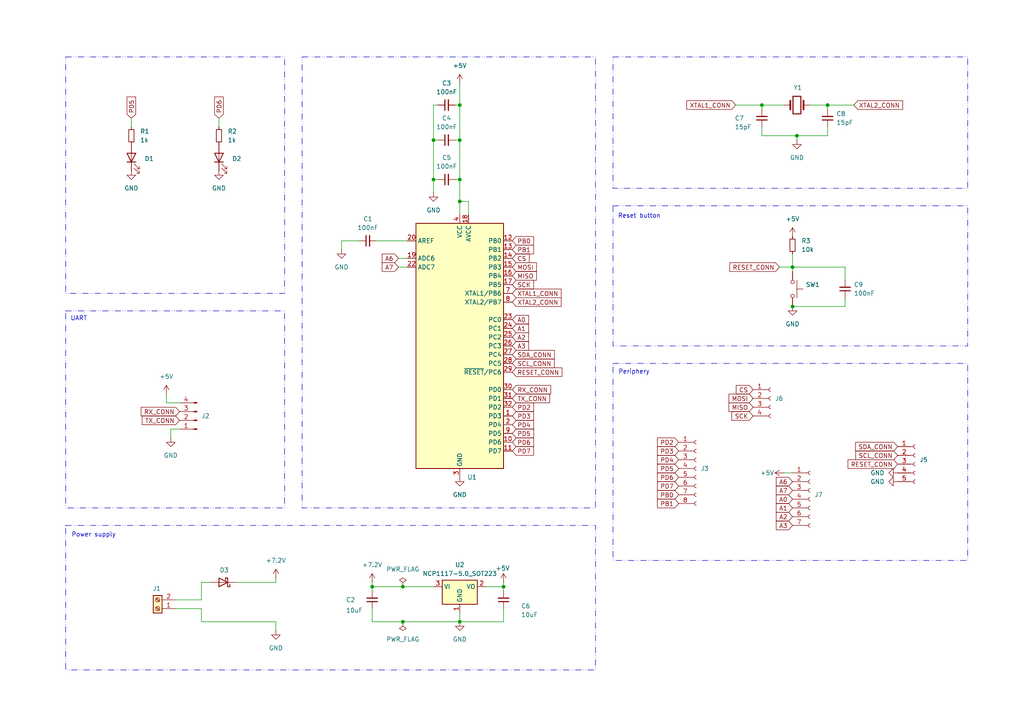
<source format=kicad_sch>
(kicad_sch (version 20231120) (generator "eeschema") (generator_version "8.0")
  (paper "A4")
  (title_block (title "Atmega328-au") (date "2025-05-17") (company "Joanna Chrobot"))
  (lib_symbols
    (symbol "Connector:Conn_01x04_Pin" (pin_names (offset 1.016) hide)
      (property "Reference" "J" (at 0 5.08 0))
      (property "Value" "Conn_01x04_Pin" (at 0 -7.62 0))
      (symbol "Conn_01x04_Pin_1_1"
        (polyline (pts (xy 1.27 -5.08) (xy 0.8636 -5.08)) (stroke (width 0.1524)))
        (polyline (pts (xy 1.27 -2.54) (xy 0.8636 -2.54)) (stroke (width 0.1524)))
        (polyline (pts (xy 1.27 0) (xy 0.8636 0)) (stroke (width 0.1524)))
        (polyline (pts (xy 1.27 2.54) (xy 0.8636 2.54)) (stroke (width 0.1524)))
        (rectangle (start 0.8636 -4.953) (end 0 -5.207) (stroke (width 0.1524)) (fill (type outline)))
        (rectangle (start 0.8636 -2.413) (end 0 -2.667) (stroke (width 0.1524)) (fill (type outline)))
        (rectangle (start 0.8636 0.127) (end 0 -0.127) (stroke (width 0.1524)) (fill (type outline)))
        (rectangle (start 0.8636 2.667) (end 0 2.413) (stroke (width 0.1524)) (fill (type outline)))
        (pin passive line (at 5.08 2.54 180) (length 3.81) (name "Pin_1") (number "1"))
        (pin passive line (at 5.08 0 180) (length 3.81) (name "Pin_2") (number "2"))
        (pin passive line (at 5.08 -2.54 180) (length 3.81) (name "Pin_3") (number "3"))
        (pin passive line (at 5.08 -5.08 180) (length 3.81) (name "Pin_4") (number "4"))
      )
    )
    (symbol "Connector:Conn_01x04_Socket" (pin_names (offset 1.016) hide)
      (property "Reference" "J" (at 0 5.08 0))
      (property "Value" "Conn_01x04_Socket" (at 0 -7.62 0))
      (symbol "Conn_01x04_Socket_1_1"
        (arc (start 0 -4.572) (mid -0.5058 -5.08) (end 0 -5.588) (stroke (width 0.1524)))
        (arc (start 0 -2.032) (mid -0.5058 -2.54) (end 0 -3.048) (stroke (width 0.1524)))
        (polyline (pts (xy -1.27 -5.08) (xy -0.508 -5.08)) (stroke (width 0.1524)))
        (polyline (pts (xy -1.27 -2.54) (xy -0.508 -2.54)) (stroke (width 0.1524)))
        (polyline (pts (xy -1.27 0) (xy -0.508 0)) (stroke (width 0.1524)))
        (polyline (pts (xy -1.27 2.54) (xy -0.508 2.54)) (stroke (width 0.1524)))
        (arc (start 0 0.508) (mid -0.5058 0) (end 0 -0.508) (stroke (width 0.1524)))
        (arc (start 0 3.048) (mid -0.5058 2.54) (end 0 2.032) (stroke (width 0.1524)))
        (pin passive line (at -5.08 2.54 0) (length 3.81) (name "Pin_1") (number "1"))
        (pin passive line (at -5.08 0 0) (length 3.81) (name "Pin_2") (number "2"))
        (pin passive line (at -5.08 -2.54 0) (length 3.81) (name "Pin_3") (number "3"))
        (pin passive line (at -5.08 -5.08 0) (length 3.81) (name "Pin_4") (number "4"))
      )
    )
    (symbol "Connector:Conn_01x05_Socket" (pin_names (offset 1.016) hide)
      (property "Reference" "J" (at 0 7.62 0))
      (property "Value" "Conn_01x05_Socket" (at 0 -7.62 0))
      (symbol "Conn_01x05_Socket_1_1"
        (arc (start 0 -4.572) (mid -0.5058 -5.08) (end 0 -5.588) (stroke (width 0.1524)))
        (arc (start 0 -2.032) (mid -0.5058 -2.54) (end 0 -3.048) (stroke (width 0.1524)))
        (polyline (pts (xy -1.27 -5.08) (xy -0.508 -5.08)) (stroke (width 0.1524)))
        (polyline (pts (xy -1.27 -2.54) (xy -0.508 -2.54)) (stroke (width 0.1524)))
        (polyline (pts (xy -1.27 0) (xy -0.508 0)) (stroke (width 0.1524)))
        (polyline (pts (xy -1.27 2.54) (xy -0.508 2.54)) (stroke (width 0.1524)))
        (polyline (pts (xy -1.27 5.08) (xy -0.508 5.08)) (stroke (width 0.1524)))
        (arc (start 0 0.508) (mid -0.5058 0) (end 0 -0.508) (stroke (width 0.1524)))
        (arc (start 0 3.048) (mid -0.5058 2.54) (end 0 2.032) (stroke (width 0.1524)))
        (arc (start 0 5.588) (mid -0.5058 5.08) (end 0 4.572) (stroke (width 0.1524)))
        (pin passive line (at -5.08 5.08 0) (length 3.81) (name "Pin_1") (number "1"))
        (pin passive line (at -5.08 2.54 0) (length 3.81) (name "Pin_2") (number "2"))
        (pin passive line (at -5.08 0 0) (length 3.81) (name "Pin_3") (number "3"))
        (pin passive line (at -5.08 -2.54 0) (length 3.81) (name "Pin_4") (number "4"))
        (pin passive line (at -5.08 -5.08 0) (length 3.81) (name "Pin_5") (number "5"))
      )
    )
    (symbol "Connector:Conn_01x07_Socket" (pin_names (offset 1.016) hide)
      (property "Reference" "J" (at 0 10.16 0))
      (property "Value" "Conn_01x07_Socket" (at 0 -10.16 0))
      (symbol "Conn_01x07_Socket_1_1"
        (arc (start 0 -7.112) (mid -0.5058 -7.62) (end 0 -8.128) (stroke (width 0.1524)))
        (arc (start 0 -4.572) (mid -0.5058 -5.08) (end 0 -5.588) (stroke (width 0.1524)))
        (arc (start 0 -2.032) (mid -0.5058 -2.54) (end 0 -3.048) (stroke (width 0.1524)))
        (polyline (pts (xy -1.27 -7.62) (xy -0.508 -7.62)) (stroke (width 0.1524)))
        (polyline (pts (xy -1.27 -5.08) (xy -0.508 -5.08)) (stroke (width 0.1524)))
        (polyline (pts (xy -1.27 -2.54) (xy -0.508 -2.54)) (stroke (width 0.1524)))
        (polyline (pts (xy -1.27 0) (xy -0.508 0)) (stroke (width 0.1524)))
        (polyline (pts (xy -1.27 2.54) (xy -0.508 2.54)) (stroke (width 0.1524)))
        (polyline (pts (xy -1.27 5.08) (xy -0.508 5.08)) (stroke (width 0.1524)))
        (polyline (pts (xy -1.27 7.62) (xy -0.508 7.62)) (stroke (width 0.1524)))
        (arc (start 0 0.508) (mid -0.5058 0) (end 0 -0.508) (stroke (width 0.1524)))
        (arc (start 0 3.048) (mid -0.5058 2.54) (end 0 2.032) (stroke (width 0.1524)))
        (arc (start 0 5.588) (mid -0.5058 5.08) (end 0 4.572) (stroke (width 0.1524)))
        (arc (start 0 8.128) (mid -0.5058 7.62) (end 0 7.112) (stroke (width 0.1524)))
        (pin passive line (at -5.08 7.62 0) (length 3.81) (name "Pin_1") (number "1"))
        (pin passive line (at -5.08 5.08 0) (length 3.81) (name "Pin_2") (number "2"))
        (pin passive line (at -5.08 2.54 0) (length 3.81) (name "Pin_3") (number "3"))
        (pin passive line (at -5.08 0 0) (length 3.81) (name "Pin_4") (number "4"))
        (pin passive line (at -5.08 -2.54 0) (length 3.81) (name "Pin_5") (number "5"))
        (pin passive line (at -5.08 -5.08 0) (length 3.81) (name "Pin_6") (number "6"))
        (pin passive line (at -5.08 -7.62 0) (length 3.81) (name "Pin_7") (number "7"))
      )
    )
    (symbol "Connector:Conn_01x08_Socket" (pin_names (offset 1.016) hide)
      (property "Reference" "J" (at 0 10.16 0))
      (property "Value" "Conn_01x08_Socket" (at 0 -12.7 0))
      (symbol "Conn_01x08_Socket_1_1"
        (arc (start 0 -9.652) (mid -0.5058 -10.16) (end 0 -10.668) (stroke (width 0.1524)))
        (arc (start 0 -7.112) (mid -0.5058 -7.62) (end 0 -8.128) (stroke (width 0.1524)))
        (arc (start 0 -4.572) (mid -0.5058 -5.08) (end 0 -5.588) (stroke (width 0.1524)))
        (arc (start 0 -2.032) (mid -0.5058 -2.54) (end 0 -3.048) (stroke (width 0.1524)))
        (polyline (pts (xy -1.27 -10.16) (xy -0.508 -10.16)) (stroke (width 0.1524)))
        (polyline (pts (xy -1.27 -7.62) (xy -0.508 -7.62)) (stroke (width 0.1524)))
        (polyline (pts (xy -1.27 -5.08) (xy -0.508 -5.08)) (stroke (width 0.1524)))
        (polyline (pts (xy -1.27 -2.54) (xy -0.508 -2.54)) (stroke (width 0.1524)))
        (polyline (pts (xy -1.27 0) (xy -0.508 0)) (stroke (width 0.1524)))
        (polyline (pts (xy -1.27 2.54) (xy -0.508 2.54)) (stroke (width 0.1524)))
        (polyline (pts (xy -1.27 5.08) (xy -0.508 5.08)) (stroke (width 0.1524)))
        (polyline (pts (xy -1.27 7.62) (xy -0.508 7.62)) (stroke (width 0.1524)))
        (arc (start 0 0.508) (mid -0.5058 0) (end 0 -0.508) (stroke (width 0.1524)))
        (arc (start 0 3.048) (mid -0.5058 2.54) (end 0 2.032) (stroke (width 0.1524)))
        (arc (start 0 5.588) (mid -0.5058 5.08) (end 0 4.572) (stroke (width 0.1524)))
        (arc (start 0 8.128) (mid -0.5058 7.62) (end 0 7.112) (stroke (width 0.1524)))
        (pin passive line (at -5.08 7.62 0) (length 3.81) (name "Pin_1") (number "1"))
        (pin passive line (at -5.08 5.08 0) (length 3.81) (name "Pin_2") (number "2"))
        (pin passive line (at -5.08 2.54 0) (length 3.81) (name "Pin_3") (number "3"))
        (pin passive line (at -5.08 0 0) (length 3.81) (name "Pin_4") (number "4"))
        (pin passive line (at -5.08 -2.54 0) (length 3.81) (name "Pin_5") (number "5"))
        (pin passive line (at -5.08 -5.08 0) (length 3.81) (name "Pin_6") (number "6"))
        (pin passive line (at -5.08 -7.62 0) (length 3.81) (name "Pin_7") (number "7"))
        (pin passive line (at -5.08 -10.16 0) (length 3.81) (name "Pin_8") (number "8"))
      )
    )
    (symbol "Connector:Screw_Terminal_01x02" (pin_names (offset 1.016) hide)
      (property "Reference" "J" (at 0 2.54 0))
      (property "Value" "Screw_Terminal_01x02" (at 0 -5.08 0))
      (symbol "Screw_Terminal_01x02_1_1"
        (rectangle (start -1.27 1.27) (end 1.27 -3.81) (stroke (width 0.254)) (fill (type background)))
        (circle (center 0 -2.54) (radius 0.635) (stroke (width 0.1524)))
        (polyline (pts (xy -0.5334 -2.2098) (xy 0.3302 -3.048)) (stroke (width 0.1524)))
        (polyline (pts (xy -0.5334 0.3302) (xy 0.3302 -0.508)) (stroke (width 0.1524)))
        (polyline (pts (xy -0.3556 -2.032) (xy 0.508 -2.8702)) (stroke (width 0.1524)))
        (polyline (pts (xy -0.3556 0.508) (xy 0.508 -0.3302)) (stroke (width 0.1524)))
        (circle (center 0 0) (radius 0.635) (stroke (width 0.1524)))
        (pin passive line (at -5.08 0 0) (length 3.81) (name "Pin_1") (number "1"))
        (pin passive line (at -5.08 -2.54 0) (length 3.81) (name "Pin_2") (number "2"))
      )
    )
    (symbol "Device:C_Small" (pin_numbers hide) (pin_names (offset 0.254) hide)
      (property "Reference" "C" (at 0.254 1.778 0))
      (property "Value" "C_Small" (at 0.254 -2.032 0))
      (symbol "C_Small_0_1"
        (polyline (pts (xy -1.524 -0.508) (xy 1.524 -0.508)) (stroke (width 0.3302)))
        (polyline (pts (xy -1.524 0.508) (xy 1.524 0.508)) (stroke (width 0.3048)))
      )
      (symbol "C_Small_1_1"
        (pin passive line (at 0 2.54 270) (length 2.032) (name "~") (number "1"))
        (pin passive line (at 0 -2.54 90) (length 2.032) (name "~") (number "2"))
      )
    )
    (symbol "Device:Crystal" (pin_numbers hide) (pin_names (offset 1.016) hide)
      (property "Reference" "Y" (at 0 3.81 0))
      (property "Value" "Crystal" (at 0 -3.81 0))
      (symbol "Crystal_0_1"
        (rectangle (start -1.143 2.54) (end 1.143 -2.54) (stroke (width 0.3048)))
        (polyline (pts (xy -2.54 0) (xy -1.905 0)))
        (polyline (pts (xy -1.905 -1.27) (xy -1.905 1.27)) (stroke (width 0.508)))
        (polyline (pts (xy 1.905 -1.27) (xy 1.905 1.27)) (stroke (width 0.508)))
        (polyline (pts (xy 2.54 0) (xy 1.905 0)))
      )
      (symbol "Crystal_1_1"
        (pin passive line (at -3.81 0 0) (length 1.27) (name "1") (number "1"))
        (pin passive line (at 3.81 0 180) (length 1.27) (name "2") (number "2"))
      )
    )
    (symbol "Device:D_Schottky" (pin_numbers hide) (pin_names (offset 1.016) hide)
      (property "Reference" "D" (at 0 2.54 0))
      (property "Value" "D_Schottky" (at 0 -2.54 0))
      (symbol "D_Schottky_0_1"
        (polyline (pts (xy 1.27 0) (xy -1.27 0)))
        (polyline (pts (xy 1.27 1.27) (xy 1.27 -1.27) (xy -1.27 0) (xy 1.27 1.27)) (stroke (width 0.254)))
        (polyline (pts (xy -1.905 0.635) (xy -1.905 1.27) (xy -1.27 1.27) (xy -1.27 -1.27) (xy -0.635 -1.27) (xy -0.635 -0.635)) (stroke (width 0.254)))
      )
      (symbol "D_Schottky_1_1"
        (pin passive line (at -3.81 0 0) (length 2.54) (name "K") (number "1"))
        (pin passive line (at 3.81 0 180) (length 2.54) (name "A") (number "2"))
      )
    )
    (symbol "Device:LED" (pin_numbers hide) (pin_names (offset 1.016) hide)
      (property "Reference" "D" (at 0 2.54 0))
      (property "Value" "LED" (at 0 -2.54 0))
      (symbol "LED_0_1"
        (polyline (pts (xy -1.27 -1.27) (xy -1.27 1.27)) (stroke (width 0.254)))
        (polyline (pts (xy -1.27 0) (xy 1.27 0)))
        (polyline (pts (xy 1.27 -1.27) (xy 1.27 1.27) (xy -1.27 0) (xy 1.27 -1.27)) (stroke (width 0.254)))
        (polyline (pts (xy -3.048 -0.762) (xy -4.572 -2.286) (xy -3.81 -2.286) (xy -4.572 -2.286) (xy -4.572 -1.524)))
        (polyline (pts (xy -1.778 -0.762) (xy -3.302 -2.286) (xy -2.54 -2.286) (xy -3.302 -2.286) (xy -3.302 -1.524)))
      )
      (symbol "LED_1_1"
        (pin passive line (at -3.81 0 0) (length 2.54) (name "K") (number "1"))
        (pin passive line (at 3.81 0 180) (length 2.54) (name "A") (number "2"))
      )
    )
    (symbol "Device:R_Small" (pin_numbers hide) (pin_names (offset 0.254) hide)
      (property "Reference" "R" (at 0.762 0.508 0))
      (property "Value" "R_Small" (at 0.762 -1.016 0))
      (symbol "R_Small_0_1"
        (rectangle (start -0.762 1.778) (end 0.762 -1.778) (stroke (width 0.2032)))
      )
      (symbol "R_Small_1_1"
        (pin passive line (at 0 2.54 270) (length 0.762) (name "~") (number "1"))
        (pin passive line (at 0 -2.54 90) (length 0.762) (name "~") (number "2"))
      )
    )
    (symbol "MCU_Microchip_ATmega:ATmega328P-A"
      (property "Reference" "U" (at -12.7 36.83 0))
      (property "Value" "ATmega328P-A" (at 2.54 -36.83 0))
      (symbol "ATmega328P-A_0_1"
        (rectangle (start -12.7 -35.56) (end 12.7 35.56) (stroke (width 0.254)) (fill (type background)))
      )
      (symbol "ATmega328P-A_1_1"
        (pin bidirectional line (at 15.24 -20.32 180) (length 2.54) (name "PD3") (number "1"))
        (pin bidirectional line (at 15.24 -27.94 180) (length 2.54) (name "PD6") (number "10"))
        (pin bidirectional line (at 15.24 -30.48 180) (length 2.54) (name "PD7") (number "11"))
        (pin bidirectional line (at 15.24 30.48 180) (length 2.54) (name "PB0") (number "12"))
        (pin bidirectional line (at 15.24 27.94 180) (length 2.54) (name "PB1") (number "13"))
        (pin bidirectional line (at 15.24 25.4 180) (length 2.54) (name "PB2") (number "14"))
        (pin bidirectional line (at 15.24 22.86 180) (length 2.54) (name "PB3") (number "15"))
        (pin bidirectional line (at 15.24 20.32 180) (length 2.54) (name "PB4") (number "16"))
        (pin bidirectional line (at 15.24 17.78 180) (length 2.54) (name "PB5") (number "17"))
        (pin power_in line (at 2.54 38.1 270) (length 2.54) (name "AVCC") (number "18"))
        (pin input line (at -15.24 25.4 0) (length 2.54) (name "ADC6") (number "19"))
        (pin bidirectional line (at 15.24 -22.86 180) (length 2.54) (name "PD4") (number "2"))
        (pin passive line (at -15.24 30.48 0) (length 2.54) (name "AREF") (number "20"))
        (pin passive line (at 0 -38.1 90) (length 2.54) hide (name "GND") (number "21"))
        (pin input line (at -15.24 22.86 0) (length 2.54) (name "ADC7") (number "22"))
        (pin bidirectional line (at 15.24 7.62 180) (length 2.54) (name "PC0") (number "23"))
        (pin bidirectional line (at 15.24 5.08 180) (length 2.54) (name "PC1") (number "24"))
        (pin bidirectional line (at 15.24 2.54 180) (length 2.54) (name "PC2") (number "25"))
        (pin bidirectional line (at 15.24 0 180) (length 2.54) (name "PC3") (number "26"))
        (pin bidirectional line (at 15.24 -2.54 180) (length 2.54) (name "PC4") (number "27"))
        (pin bidirectional line (at 15.24 -5.08 180) (length 2.54) (name "PC5") (number "28"))
        (pin bidirectional line (at 15.24 -7.62 180) (length 2.54) (name "~{RESET}/PC6") (number "29"))
        (pin power_in line (at 0 -38.1 90) (length 2.54) (name "GND") (number "3"))
        (pin bidirectional line (at 15.24 -12.7 180) (length 2.54) (name "PD0") (number "30"))
        (pin bidirectional line (at 15.24 -15.24 180) (length 2.54) (name "PD1") (number "31"))
        (pin bidirectional line (at 15.24 -17.78 180) (length 2.54) (name "PD2") (number "32"))
        (pin power_in line (at 0 38.1 270) (length 2.54) (name "VCC") (number "4"))
        (pin passive line (at 0 -38.1 90) (length 2.54) hide (name "GND") (number "5"))
        (pin passive line (at 0 38.1 270) (length 2.54) hide (name "VCC") (number "6"))
        (pin bidirectional line (at 15.24 15.24 180) (length 2.54) (name "XTAL1/PB6") (number "7"))
        (pin bidirectional line (at 15.24 12.7 180) (length 2.54) (name "XTAL2/PB7") (number "8"))
        (pin bidirectional line (at 15.24 -25.4 180) (length 2.54) (name "PD5") (number "9"))
      )
    )
    (symbol "Regulator_Linear:NCP1117-5.0_SOT223"
      (property "Reference" "U" (at -3.81 3.175 0))
      (property "Value" "NCP1117-5.0_SOT223" (at 0 3.175 0))
      (symbol "NCP1117-5.0_SOT223_0_1"
        (rectangle (start -5.08 -5.08) (end 5.08 1.905) (stroke (width 0.254)) (fill (type background)))
      )
      (symbol "NCP1117-5.0_SOT223_1_1"
        (pin power_in line (at 0 -7.62 90) (length 2.54) (name "GND") (number "1"))
        (pin power_out line (at 7.62 0 180) (length 2.54) (name "VO") (number "2"))
        (pin power_in line (at -7.62 0 0) (length 2.54) (name "VI") (number "3"))
      )
    )
    (symbol "Switch:SW_Push" (pin_numbers hide) (pin_names (offset 1.016) hide)
      (property "Reference" "SW" (at 1.27 2.54 0))
      (property "Value" "SW_Push" (at 0 -1.524 0))
      (symbol "SW_Push_0_1"
        (circle (center -2.032 0) (radius 0.508))
        (polyline (pts (xy 0 1.27) (xy 0 3.048)))
        (polyline (pts (xy 2.54 1.27) (xy -2.54 1.27)))
        (circle (center 2.032 0) (radius 0.508))
        (pin passive line (at -5.08 0 0) (length 2.54) (name "1") (number "1"))
        (pin passive line (at 5.08 0 180) (length 2.54) (name "2") (number "2"))
      )
    )
    (symbol "power:GND" (power) (pin_numbers hide) (pin_names (offset 0) hide)
      (property "Value" "GND" (at 0 -3.81 0))
      (symbol "GND_0_1"
        (polyline (pts (xy 0 0) (xy 0 -1.27) (xy 1.27 -1.27) (xy 0 -2.54) (xy -1.27 -1.27) (xy 0 -1.27)))
      )
      (symbol "GND_1_1"
        (pin power_in line (at 0 0 270) (length 0) (name "~") (number "1"))
      )
    )
    (symbol "power:PWR_FLAG" (power) (pin_numbers hide) (pin_names (offset 0) hide)
      (property "Value" "PWR_FLAG" (at 0 3.81 0))
      (symbol "PWR_FLAG_0_0"
        (pin power_out line (at 0 0 90) (length 0) (name "~") (number "1"))
      )
      (symbol "PWR_FLAG_0_1"
        (polyline (pts (xy 0 0) (xy 0 1.27) (xy -1.016 1.905) (xy 0 2.54) (xy 1.016 1.905) (xy 0 1.27)))
      )
    )
    (symbol "power:VCC" (power) (pin_numbers hide) (pin_names (offset 0) hide)
      (property "Value" "VCC" (at 0 3.556 0))
      (symbol "VCC_0_1"
        (polyline (pts (xy -0.762 1.27) (xy 0 2.54)))
        (polyline (pts (xy 0 0) (xy 0 2.54)))
        (polyline (pts (xy 0 2.54) (xy 0.762 1.27)))
      )
      (symbol "VCC_1_1"
        (pin power_in line (at 0 0 90) (length 0) (name "~") (number "1"))
      )
    )
  )
  (junction (at 220.98 30.48))
  (junction (at 229.87 77.47))
  (junction (at 240.03 30.48))
  (junction (at 116.84 170.18))
  (junction (at 133.35 40.64))
  (junction (at 116.84 180.34))
  (junction (at 125.73 40.64))
  (junction (at 231.14 39.37))
  (junction (at 133.35 52.07))
  (junction (at 133.35 58.42))
  (junction (at 146.05 170.18))
  (junction (at 229.87 88.9))
  (junction (at 133.35 180.34))
  (junction (at 125.73 52.07))
  (junction (at 107.95 170.18))
  (junction (at 133.35 30.48))
  (wire (pts (xy 107.95 170.18) (xy 107.95 171.45)))
  (wire (pts (xy 125.73 40.64) (xy 127 40.64)))
  (wire (pts (xy 133.35 180.34) (xy 133.35 177.8)))
  (wire (pts (xy 80.01 180.34) (xy 80.01 182.88)))
  (wire (pts (xy 115.57 74.93) (xy 118.11 74.93)))
  (wire (pts (xy 58.42 176.53) (xy 58.42 180.34)))
  (wire (pts (xy 125.73 52.07) (xy 127 52.07)))
  (wire (pts (xy 229.87 77.47) (xy 245.11 77.47)))
  (wire (pts (xy 80.01 168.91) (xy 68.58 168.91)))
  (wire (pts (xy 140.97 170.18) (xy 146.05 170.18)))
  (wire (pts (xy 240.03 30.48) (xy 240.03 31.75)))
  (wire (pts (xy 38.1 34.29) (xy 38.1 36.83)))
  (wire (pts (xy 240.03 36.83) (xy 240.03 39.37)))
  (wire (pts (xy 49.53 127) (xy 49.53 124.46)))
  (wire (pts (xy 107.95 170.18) (xy 116.84 170.18)))
  (wire (pts (xy 146.05 168.91) (xy 146.05 170.18)))
  (wire (pts (xy 229.87 137.16) (xy 227.33 137.16)))
  (wire (pts (xy 133.35 52.07) (xy 133.35 58.42)))
  (wire (pts (xy 220.98 36.83) (xy 220.98 39.37)))
  (wire (pts (xy 48.26 116.84) (xy 52.07 116.84)))
  (wire (pts (xy 107.95 180.34) (xy 116.84 180.34)))
  (wire (pts (xy 133.35 58.42) (xy 135.89 58.42)))
  (wire (pts (xy 132.08 30.48) (xy 133.35 30.48)))
  (wire (pts (xy 99.06 69.85) (xy 104.14 69.85)))
  (wire (pts (xy 48.26 114.3) (xy 48.26 116.84)))
  (wire (pts (xy 133.35 30.48) (xy 133.35 40.64)))
  (wire (pts (xy 229.87 73.66) (xy 229.87 77.47)))
  (wire (pts (xy 146.05 171.45) (xy 146.05 170.18)))
  (wire (pts (xy 50.8 176.53) (xy 58.42 176.53)))
  (wire (pts (xy 116.84 170.18) (xy 125.73 170.18)))
  (wire (pts (xy 58.42 168.91) (xy 60.96 168.91)))
  (wire (pts (xy 99.06 72.39) (xy 99.06 69.85)))
  (wire (pts (xy 127 30.48) (xy 125.73 30.48)))
  (wire (pts (xy 116.84 180.34) (xy 133.35 180.34)))
  (wire (pts (xy 109.22 69.85) (xy 118.11 69.85)))
  (wire (pts (xy 132.08 40.64) (xy 133.35 40.64)))
  (wire (pts (xy 107.95 176.53) (xy 107.95 180.34)))
  (wire (pts (xy 231.14 40.64) (xy 231.14 39.37)))
  (wire (pts (xy 63.5 34.29) (xy 63.5 36.83)))
  (wire (pts (xy 58.42 168.91) (xy 58.42 173.99)))
  (wire (pts (xy 125.73 40.64) (xy 125.73 52.07)))
  (wire (pts (xy 146.05 176.53) (xy 146.05 180.34)))
  (wire (pts (xy 107.95 168.91) (xy 107.95 170.18)))
  (wire (pts (xy 133.35 180.34) (xy 146.05 180.34)))
  (wire (pts (xy 50.8 173.99) (xy 58.42 173.99)))
  (wire (pts (xy 226.06 77.47) (xy 229.87 77.47)))
  (wire (pts (xy 234.95 30.48) (xy 240.03 30.48)))
  (wire (pts (xy 133.35 58.42) (xy 133.35 62.23)))
  (wire (pts (xy 58.42 180.34) (xy 80.01 180.34)))
  (wire (pts (xy 240.03 30.48) (xy 247.65 30.48)))
  (wire (pts (xy 133.35 24.13) (xy 133.35 30.48)))
  (wire (pts (xy 135.89 58.42) (xy 135.89 62.23)))
  (wire (pts (xy 49.53 124.46) (xy 52.07 124.46)))
  (wire (pts (xy 220.98 30.48) (xy 227.33 30.48)))
  (wire (pts (xy 80.01 168.91) (xy 80.01 167.64)))
  (wire (pts (xy 231.14 39.37) (xy 240.03 39.37)))
  (wire (pts (xy 125.73 52.07) (xy 125.73 55.88)))
  (wire (pts (xy 133.35 40.64) (xy 133.35 52.07)))
  (wire (pts (xy 125.73 30.48) (xy 125.73 40.64)))
  (wire (pts (xy 229.87 77.47) (xy 229.87 78.74)))
  (wire (pts (xy 132.08 52.07) (xy 133.35 52.07)))
  (wire (pts (xy 229.87 88.9) (xy 245.11 88.9)))
  (wire (pts (xy 245.11 86.36) (xy 245.11 88.9)))
  (wire (pts (xy 115.57 77.47) (xy 118.11 77.47)))
  (wire (pts (xy 213.36 30.48) (xy 220.98 30.48)))
  (wire (pts (xy 220.98 30.48) (xy 220.98 31.75)))
  (wire (pts (xy 220.98 39.37) (xy 231.14 39.37)))
  (wire (pts (xy 245.11 81.28) (xy 245.11 77.47)))
  (rectangle (start 50.8 90.17) (end 50.8 90.17))
  (rectangle (start 87.63 16.51) (end 172.72 147.32) (stroke (width 0) (type dash_dot_dot)))
  (rectangle (start 19.05 16.51) (end 82.55 85.09) (stroke (width 0) (type dash_dot_dot)))
  (rectangle (start 19.05 90.17) (end 82.55 147.32) (stroke (width 0) (type dash_dot_dot)))
  (rectangle (start 177.8 16.51) (end 280.67 54.61) (stroke (width 0) (type dash_dot_dot)))
  (rectangle (start 177.8 59.69) (end 280.67 100.33) (stroke (width 0) (type dash_dot_dot)))
  (rectangle (start 19.05 152.4) (end 172.72 194.31) (stroke (width 0) (type dash_dot_dot)))
  (rectangle (start 177.8 105.41) (end 280.67 162.56) (stroke (width 0) (type dash_dot_dot)))
  (text "Power supply" (at 27.178 155.194 0) (effects (font (size 1.27 1.27))))
  (text "UART" (at 22.86 92.456 0) (effects (font (size 1.27 1.27))))
  (text "Periphery" (at 183.896 107.95 0) (effects (font (size 1.27 1.27))))
  (text "Reset button" (at 185.42 62.738 0) (effects (font (size 1.27 1.27))))
  (global_label "A7" (shape input) (at 115.57 77.47 180) (property "Intersheetrefs" "${INTERSHEET_REFS}" (effects (hide yes))))
  (global_label "PB0" (shape input) (at 148.59 69.85 0) (property "Intersheetrefs" "${INTERSHEET_REFS}" (effects (hide yes))))
  (global_label "XTAL1_CONN" (shape input) (at 213.36 30.48 180) (property "Intersheetrefs" "${INTERSHEET_REFS}" (effects (hide yes))))
  (global_label "PD3" (shape input) (at 196.85 130.81 180) (property "Intersheetrefs" "${INTERSHEET_REFS}" (effects (hide yes))))
  (global_label "A0" (shape input) (at 148.59 92.71 0) (property "Intersheetrefs" "${INTERSHEET_REFS}" (effects (hide yes))))
  (global_label "RX_CONN" (shape input) (at 148.59 113.03 0) (property "Intersheetrefs" "${INTERSHEET_REFS}" (effects (hide yes))))
  (global_label "PD6" (shape input) (at 148.59 128.27 0) (property "Intersheetrefs" "${INTERSHEET_REFS}" (effects (hide yes))))
  (global_label "XTAL2_CONN" (shape input) (at 247.65 30.48 0) (property "Intersheetrefs" "${INTERSHEET_REFS}" (effects (hide yes))))
  (global_label "PD5" (shape input) (at 38.1 34.29 90) (property "Intersheetrefs" "${INTERSHEET_REFS}" (effects (hide yes))))
  (global_label "RESET_CONN" (shape input) (at 226.06 77.47 180) (property "Intersheetrefs" "${INTERSHEET_REFS}" (effects (hide yes))))
  (global_label "CS" (shape input) (at 148.59 74.93 0) (property "Intersheetrefs" "${INTERSHEET_REFS}" (effects (hide yes))))
  (global_label "CS" (shape input) (at 218.44 113.03 180) (property "Intersheetrefs" "${INTERSHEET_REFS}" (effects (hide yes))))
  (global_label "A3" (shape input) (at 229.87 152.4 180) (property "Intersheetrefs" "${INTERSHEET_REFS}" (effects (hide yes))))
  (global_label "MISO" (shape input) (at 148.59 80.01 0) (property "Intersheetrefs" "${INTERSHEET_REFS}" (effects (hide yes))))
  (global_label "MOSI" (shape input) (at 148.59 77.47 0) (property "Intersheetrefs" "${INTERSHEET_REFS}" (effects (hide yes))))
  (global_label "TX_CONN" (shape input) (at 52.07 121.92 180) (property "Intersheetrefs" "${INTERSHEET_REFS}" (effects (hide yes))))
  (global_label "MOSI" (shape input) (at 218.44 115.57 180) (property "Intersheetrefs" "${INTERSHEET_REFS}" (effects (hide yes))))
  (global_label "PD7" (shape input) (at 196.85 140.97 180) (property "Intersheetrefs" "${INTERSHEET_REFS}" (effects (hide yes))))
  (global_label "A7" (shape input) (at 229.87 142.24 180) (property "Intersheetrefs" "${INTERSHEET_REFS}" (effects (hide yes))))
  (global_label "XTAL2_CONN" (shape input) (at 148.59 87.63 0) (property "Intersheetrefs" "${INTERSHEET_REFS}" (effects (hide yes))))
  (global_label "A1" (shape input) (at 148.59 95.25 0) (property "Intersheetrefs" "${INTERSHEET_REFS}" (effects (hide yes))))
  (global_label "PD6" (shape input) (at 196.85 138.43 180) (property "Intersheetrefs" "${INTERSHEET_REFS}" (effects (hide yes))))
  (global_label "RX_CONN" (shape input) (at 52.07 119.38 180) (property "Intersheetrefs" "${INTERSHEET_REFS}" (effects (hide yes))))
  (global_label "PB1" (shape input) (at 196.85 146.05 180) (property "Intersheetrefs" "${INTERSHEET_REFS}" (effects (hide yes))))
  (global_label "PD6" (shape input) (at 63.5 34.29 90) (property "Intersheetrefs" "${INTERSHEET_REFS}" (effects (hide yes))))
  (global_label "A2" (shape input) (at 229.87 149.86 180) (property "Intersheetrefs" "${INTERSHEET_REFS}" (effects (hide yes))))
  (global_label "SCL_CONN" (shape input) (at 148.59 105.41 0) (property "Intersheetrefs" "${INTERSHEET_REFS}" (effects (hide yes))))
  (global_label "SCL_CONN" (shape input) (at 260.35 132.08 180) (property "Intersheetrefs" "${INTERSHEET_REFS}" (effects (hide yes))))
  (global_label "PD5" (shape input) (at 148.59 125.73 0) (property "Intersheetrefs" "${INTERSHEET_REFS}" (effects (hide yes))))
  (global_label "A2" (shape input) (at 148.59 97.79 0) (property "Intersheetrefs" "${INTERSHEET_REFS}" (effects (hide yes))))
  (global_label "SDA_CONN" (shape input) (at 148.59 102.87 0) (property "Intersheetrefs" "${INTERSHEET_REFS}" (effects (hide yes))))
  (global_label "SCK" (shape input) (at 148.59 82.55 0) (property "Intersheetrefs" "${INTERSHEET_REFS}" (effects (hide yes))))
  (global_label "PD2" (shape input) (at 196.85 128.27 180) (property "Intersheetrefs" "${INTERSHEET_REFS}" (effects (hide yes))))
  (global_label "A6" (shape input) (at 115.57 74.93 180) (property "Intersheetrefs" "${INTERSHEET_REFS}" (effects (hide yes))))
  (global_label "TX_CONN" (shape input) (at 148.59 115.57 0) (property "Intersheetrefs" "${INTERSHEET_REFS}" (effects (hide yes))))
  (global_label "PD3" (shape input) (at 148.59 120.65 0) (property "Intersheetrefs" "${INTERSHEET_REFS}" (effects (hide yes))))
  (global_label "PD5" (shape input) (at 196.85 135.89 180) (property "Intersheetrefs" "${INTERSHEET_REFS}" (effects (hide yes))))
  (global_label "A3" (shape input) (at 148.59 100.33 0) (property "Intersheetrefs" "${INTERSHEET_REFS}" (effects (hide yes))))
  (global_label "PD7" (shape input) (at 148.59 130.81 0) (property "Intersheetrefs" "${INTERSHEET_REFS}" (effects (hide yes))))
  (global_label "PD4" (shape input) (at 196.85 133.35 180) (property "Intersheetrefs" "${INTERSHEET_REFS}" (effects (hide yes))))
  (global_label "RESET_CONN" (shape input) (at 260.35 134.62 180) (property "Intersheetrefs" "${INTERSHEET_REFS}" (effects (hide yes))))
  (global_label "PB1" (shape input) (at 148.59 72.39 0) (property "Intersheetrefs" "${INTERSHEET_REFS}" (effects (hide yes))))
  (global_label "PD4" (shape input) (at 148.59 123.19 0) (property "Intersheetrefs" "${INTERSHEET_REFS}" (effects (hide yes))))
  (global_label "SCK" (shape input) (at 218.44 120.65 180) (property "Intersheetrefs" "${INTERSHEET_REFS}" (effects (hide yes))))
  (global_label "A1" (shape input) (at 229.87 147.32 180) (property "Intersheetrefs" "${INTERSHEET_REFS}" (effects (hide yes))))
  (global_label "MISO" (shape input) (at 218.44 118.11 180) (property "Intersheetrefs" "${INTERSHEET_REFS}" (effects (hide yes))))
  (global_label "XTAL1_CONN" (shape input) (at 148.59 85.09 0) (property "Intersheetrefs" "${INTERSHEET_REFS}" (effects (hide yes))))
  (global_label "RESET_CONN" (shape input) (at 148.59 107.95 0) (property "Intersheetrefs" "${INTERSHEET_REFS}" (effects (hide yes))))
  (global_label "A0" (shape input) (at 229.87 144.78 180) (property "Intersheetrefs" "${INTERSHEET_REFS}" (effects (hide yes))))
  (global_label "PB0" (shape input) (at 196.85 143.51 180) (property "Intersheetrefs" "${INTERSHEET_REFS}" (effects (hide yes))))
  (global_label "SDA_CONN" (shape input) (at 260.35 129.54 180) (property "Intersheetrefs" "${INTERSHEET_REFS}" (effects (hide yes))))
  (global_label "A6" (shape input) (at 229.87 139.7 180) (property "Intersheetrefs" "${INTERSHEET_REFS}" (effects (hide yes))))
  (global_label "PD2" (shape input) (at 148.59 118.11 0) (property "Intersheetrefs" "${INTERSHEET_REFS}" (effects (hide yes))))
  (symbol (lib_id "Device:R_Small") (at 229.87 71.12 0) (unit 1)
    (property "Reference" "R3" (at 232.41 69.8499 0) (effects (justify left)))
    (property "Value" "10k" (at 232.41 72.3899 0) (effects (justify left)))
    (property "Footprint" "Resistor_SMD:R_0805_2012Metric_Pad1.20x1.40mm_HandSolder" (effects (hide yes)))
    (property "Description" "Resistor, small symbol" (effects (hide yes)))
  )
  (symbol (lib_id "power:GND") (at 99.06 72.39 0) (unit 1)
    (property "Reference" "#PWR07" (effects (hide yes)))
    (property "Value" "GND" (at 99.06 77.47 0))
    (property "Description" "Power symbol creates a global label with name \"GND\" , ground" (effects (hide yes)))
  )
  (symbol (lib_id "Connector:Conn_01x04_Pin") (at 57.15 121.92 180) (unit 1)
    (property "Reference" "J2" (at 58.42 120.6499 0) (effects (justify right)))
    (property "Value" "UART" (effects (hide yes)))
    (property "Footprint" "Connector_PinHeader_2.54mm:PinHeader_1x04_P2.54mm_Vertical" (effects (hide yes)))
    (property "Description" "Generic connector, single row, 01x04, script generated" (effects (hide yes)))
  )
  (symbol (lib_id "Device:C_Small") (at 129.54 52.07 90) (unit 1)
    (property "Reference" "C5" (at 129.5463 45.72 90))
    (property "Value" "100nF" (at 129.5463 48.26 90))
    (property "Footprint" "Capacitor_SMD:C_0805_2012Metric_Pad1.18x1.45mm_HandSolder" (effects (hide yes)))
    (property "Description" "Unpolarized capacitor, small symbol" (effects (hide yes)))
  )
  (symbol (lib_id "Device:D_Schottky") (at 64.77 168.91 180) (unit 1)
    (property "Reference" "D3" (at 65.024 165.354 0))
    (property "Value" "D_Schottky" (effects (hide yes)))
    (property "Footprint" "Resistor_THT:R_Axial_DIN0207_L6.3mm_D2.5mm_P7.62mm_Horizontal" (effects (hide yes)))
    (property "Description" "Schottky diode" (effects (hide yes)))
  )
  (symbol (lib_id "Connector:Conn_01x08_Socket") (at 201.93 135.89 0) (unit 1)
    (property "Reference" "J3" (at 203.2 135.8899 0) (effects (justify left)))
    (property "Value" "Conn_01x08_Socket" (effects (hide yes)))
    (property "Footprint" "Connector_PinSocket_2.54mm:PinSocket_1x08_P2.54mm_Vertical" (effects (hide yes)))
    (property "Description" "Generic connector, single row, 01x08, script generated" (effects (hide yes)))
  )
  (symbol (lib_id "power:VCC") (at 227.33 137.16 90) (unit 1)
    (property "Reference" "#PWR014" (effects (hide yes)))
    (property "Value" "+5V" (at 222.504 137.16 90))
    (property "Description" "Power symbol creates a global label with name \"VCC\"" (effects (hide yes)))
  )
  (symbol (lib_id "power:GND") (at 49.53 127 0) (unit 1)
    (property "Reference" "#PWR03" (effects (hide yes)))
    (property "Value" "GND" (at 49.53 132.08 0))
    (property "Description" "Power symbol creates a global label with name \"GND\" , ground" (effects (hide yes)))
  )
  (symbol (lib_id "Device:C_Small") (at 129.54 30.48 90) (unit 1)
    (property "Reference" "C3" (at 129.5463 24.13 90))
    (property "Value" "100nF" (at 129.5463 26.67 90))
    (property "Footprint" "Capacitor_SMD:C_0805_2012Metric_Pad1.18x1.45mm_HandSolder" (effects (hide yes)))
    (property "Description" "Unpolarized capacitor, small symbol" (effects (hide yes)))
  )
  (symbol (lib_id "power:VCC") (at 48.26 114.3 0) (unit 1)
    (property "Reference" "#PWR02" (effects (hide yes)))
    (property "Value" "+5V" (at 48.26 109.22 0))
    (property "Description" "Power symbol creates a global label with name \"VCC\"" (effects (hide yes)))
  )
  (symbol (lib_id "power:GND") (at 229.87 88.9 0) (unit 1)
    (property "Reference" "#PWR016" (effects (hide yes)))
    (property "Value" "GND" (at 229.87 93.98 0))
    (property "Description" "Power symbol creates a global label with name \"GND\" , ground" (effects (hide yes)))
  )
  (symbol (lib_id "power:GND") (at 38.1 49.53 0) (unit 1)
    (property "Reference" "#PWR01" (effects (hide yes)))
    (property "Value" "GND" (at 38.1 54.61 0))
    (property "Description" "Power symbol creates a global label with name \"GND\" , ground" (effects (hide yes)))
  )
  (symbol (lib_id "Device:C_Small") (at 146.05 173.99 180) (unit 1)
    (property "Reference" "C6" (at 151.13 175.768 0) (effects (justify right)))
    (property "Value" "10uF" (at 151.13 178.308 0) (effects (justify right)))
    (property "Footprint" "Capacitor_SMD:C_0805_2012Metric_Pad1.18x1.45mm_HandSolder" (effects (hide yes)))
    (property "Description" "Unpolarized capacitor, small symbol" (effects (hide yes)))
  )
  (symbol (lib_id "power:GND") (at 133.35 138.43 0) (unit 1)
    (property "Reference" "#PWR011" (effects (hide yes)))
    (property "Value" "GND" (at 133.35 143.51 0))
    (property "Description" "Power symbol creates a global label with name \"GND\" , ground" (effects (hide yes)))
  )
  (symbol (lib_id "power:GND") (at 133.35 180.34 0) (unit 1)
    (property "Reference" "#PWR012" (effects (hide yes)))
    (property "Value" "GND" (at 133.35 185.42 0))
    (property "Description" "Power symbol creates a global label with name \"GND\" , ground" (effects (hide yes)))
  )
  (symbol (lib_id "Regulator_Linear:NCP1117-5.0_SOT223") (at 133.35 170.18 0) (unit 1)
    (property "Reference" "U2" (at 133.35 163.83 0))
    (property "Value" "NCP1117-5.0_SOT223" (at 133.35 166.37 0))
    (property "Footprint" "Package_TO_SOT_SMD:SOT-223-3_TabPin2" (effects (hide yes)))
    (property "Datasheet" "http://www.onsemi.com/pub_link/Collateral/NCP1117-D.PDF" (effects (hide yes)))
    (property "Description" "1A Low drop-out regulator, Fixed Output 5V, SOT-223" (effects (hide yes)))
  )
  (symbol (lib_id "Device:C_Small") (at 240.03 34.29 180) (unit 1)
    (property "Reference" "C8" (at 242.57 33.0135 0) (effects (justify right)))
    (property "Value" "15pF" (at 242.57 35.5535 0) (effects (justify right)))
    (property "Footprint" "Capacitor_SMD:C_0805_2012Metric_Pad1.18x1.45mm_HandSolder" (effects (hide yes)))
    (property "Description" "Unpolarized capacitor, small symbol" (effects (hide yes)))
  )
  (symbol (lib_id "MCU_Microchip_ATmega:ATmega328P-A") (at 133.35 100.33 0) (unit 1)
    (property "Reference" "U1" (at 135.5441 138.43 0) (effects (justify left)))
    (property "Value" "ATmega328P-A" (effects (hide yes)))
    (property "Footprint" "Package_QFP:TQFP-32_7x7mm_P0.8mm" (effects (hide yes)))
    (property "Datasheet" "http://ww1.microchip.com/downloads/en/DeviceDoc/ATmega328_P%20AVR%20MCU%20with%20picoPower%20Technology%20Data%20Sheet%2040001984A.pdf" (effects (hide yes)))
    (property "Description" "20MHz, 32kB Flash, 2kB SRAM, 1kB EEPROM, TQFP-32" (effects (hide yes)))
  )
  (symbol (lib_id "Switch:SW_Push") (at 229.87 83.82 270) (unit 1)
    (property "Reference" "SW1" (at 233.68 82.5499 90) (effects (justify left)))
    (property "Value" "SW_Push" (effects (hide yes)))
    (property "Footprint" "Button_Switch_THT:SW_PUSH_1P1T_6x3.5mm_H5.0_APEM_MJTP1250" (effects (hide yes)))
    (property "Description" "Push button switch, generic, two pins" (effects (hide yes)))
  )
  (symbol (lib_id "power:VCC") (at 146.05 168.91 0) (unit 1)
    (property "Reference" "#PWR013" (effects (hide yes)))
    (property "Value" "+5V" (at 145.796 164.846 0))
    (property "Description" "Power symbol creates a global label with name \"VCC\"" (effects (hide yes)))
  )
  (symbol (lib_id "power:GND") (at 80.01 182.88 0) (unit 1)
    (property "Reference" "#PWR06" (effects (hide yes)))
    (property "Value" "GND" (at 80.01 187.96 0))
    (property "Description" "Power symbol creates a global label with name \"GND\" , ground" (effects (hide yes)))
  )
  (symbol (lib_id "power:PWR_FLAG") (at 116.84 180.34 180) (unit 1)
    (property "Reference" "#FLG02" (effects (hide yes)))
    (property "Value" "PWR_FLAG" (at 116.84 185.42 0))
    (property "Description" "Special symbol for telling ERC where power comes from" (effects (hide yes)))
  )
  (symbol (lib_id "Device:R_Small") (at 63.5 39.37 0) (unit 1)
    (property "Reference" "R2" (at 66.04 38.0999 0) (effects (justify left)))
    (property "Value" "1k" (at 66.04 40.6399 0) (effects (justify left)))
    (property "Footprint" "Resistor_SMD:R_0805_2012Metric_Pad1.20x1.40mm_HandSolder" (effects (hide yes)))
    (property "Description" "Resistor, small symbol" (effects (hide yes)))
  )
  (symbol (lib_id "power:VCC") (at 80.01 167.64 0) (unit 1)
    (property "Reference" "#PWR05" (effects (hide yes)))
    (property "Value" "+7.2V" (at 80.01 162.56 0))
    (property "Description" "Power symbol creates a global label with name \"VCC\"" (effects (hide yes)))
  )
  (symbol (lib_id "Device:C_Small") (at 106.68 69.85 90) (unit 1)
    (property "Reference" "C1" (at 106.6863 63.5 90))
    (property "Value" "100nF" (at 106.6863 66.04 90))
    (property "Footprint" "Capacitor_SMD:C_0805_2012Metric_Pad1.18x1.45mm_HandSolder" (effects (hide yes)))
    (property "Description" "Unpolarized capacitor, small symbol" (effects (hide yes)))
  )
  (symbol (lib_id "Device:LED") (at 63.5 45.72 90) (unit 1)
    (property "Reference" "D2" (at 67.31 46.0374 90) (effects (justify right)))
    (property "Value" "LED" (effects (hide yes)))
    (property "Footprint" "LED_SMD:LED_1206_3216Metric_Pad1.42x1.75mm_HandSolder" (effects (hide yes)))
    (property "Description" "Light emitting diode" (effects (hide yes)))
  )
  (symbol (lib_id "power:GND") (at 260.35 139.7 270) (unit 1)
    (property "Reference" "#PWR019" (effects (hide yes)))
    (property "Value" "GND" (at 256.54 139.6999 90) (effects (justify right)))
    (property "Description" "Power symbol creates a global label with name \"GND\" , ground" (effects (hide yes)))
  )
  (symbol (lib_id "Connector:Screw_Terminal_01x02") (at 45.72 176.53 180) (unit 1)
    (property "Reference" "J1" (at 45.466 170.688 0))
    (property "Value" "input_supply" (effects (hide yes)))
    (property "Footprint" "Connector_TE-Connectivity:TE_826576-2_1x02_P3.96mm_Vertical" (effects (hide yes)))
    (property "Description" "Generic screw terminal, single row, 01x02, script generated (kicad-library-utils/schlib/autogen/connector/)" (effects (hide yes)))
  )
  (symbol (lib_id "power:VCC") (at 107.95 168.91 0) (unit 1)
    (property "Reference" "#PWR08" (effects (hide yes)))
    (property "Value" "+7.2V" (at 107.95 163.83 0))
    (property "Description" "Power symbol creates a global label with name \"VCC\"" (effects (hide yes)))
  )
  (symbol (lib_id "power:VCC") (at 133.35 24.13 0) (unit 1)
    (property "Reference" "#PWR010" (effects (hide yes)))
    (property "Value" "+5V" (at 133.35 19.05 0))
    (property "Description" "Power symbol creates a global label with name \"VCC\"" (effects (hide yes)))
  )
  (symbol (lib_id "Device:C_Small") (at 245.11 83.82 180) (unit 1)
    (property "Reference" "C9" (at 247.65 82.5435 0) (effects (justify right)))
    (property "Value" "100nF" (at 247.65 85.0835 0) (effects (justify right)))
    (property "Footprint" "Capacitor_SMD:C_0805_2012Metric_Pad1.18x1.45mm_HandSolder" (effects (hide yes)))
    (property "Description" "Unpolarized capacitor, small symbol" (effects (hide yes)))
  )
  (symbol (lib_id "power:GND") (at 63.5 49.53 0) (unit 1)
    (property "Reference" "#PWR04" (effects (hide yes)))
    (property "Value" "GND" (at 63.5 54.61 0))
    (property "Description" "Power symbol creates a global label with name \"GND\" , ground" (effects (hide yes)))
  )
  (symbol (lib_id "power:VCC") (at 229.87 68.58 0) (unit 1)
    (property "Reference" "#PWR015" (effects (hide yes)))
    (property "Value" "+5V" (at 229.87 63.5 0))
    (property "Description" "Power symbol creates a global label with name \"VCC\"" (effects (hide yes)))
  )
  (symbol (lib_id "power:GND") (at 125.73 55.88 0) (unit 1)
    (property "Reference" "#PWR09" (effects (hide yes)))
    (property "Value" "GND" (at 125.73 60.96 0))
    (property "Description" "Power symbol creates a global label with name \"GND\" , ground" (effects (hide yes)))
  )
  (symbol (lib_id "Connector:Conn_01x04_Socket") (at 223.52 115.57 0) (unit 1)
    (property "Reference" "J6" (at 224.79 115.5699 0) (effects (justify left)))
    (property "Value" "Conn_01x04_Socket" (effects (hide yes)))
    (property "Footprint" "Connector_PinSocket_2.54mm:PinSocket_1x04_P2.54mm_Vertical" (effects (hide yes)))
    (property "Description" "Generic connector, single row, 01x04, script generated" (effects (hide yes)))
  )
  (symbol (lib_id "power:GND") (at 260.35 137.16 270) (unit 1)
    (property "Reference" "#PWR018" (effects (hide yes)))
    (property "Value" "GND" (at 256.54 137.1599 90) (effects (justify right)))
    (property "Description" "Power symbol creates a global label with name \"GND\" , ground" (effects (hide yes)))
  )
  (symbol (lib_id "power:PWR_FLAG") (at 116.84 170.18 0) (unit 1)
    (property "Reference" "#FLG01" (effects (hide yes)))
    (property "Value" "PWR_FLAG" (at 116.84 165.1 0))
    (property "Description" "Special symbol for telling ERC where power comes from" (effects (hide yes)))
  )
  (symbol (lib_id "Connector:Conn_01x07_Socket") (at 234.95 144.78 0) (unit 1)
    (property "Reference" "J7" (at 236.22 143.5099 0) (effects (justify left)))
    (property "Value" "Conn_01x07_Socket" (effects (hide yes)))
    (property "Footprint" "Connector_PinSocket_2.54mm:PinSocket_1x07_P2.54mm_Vertical" (effects (hide yes)))
    (property "Description" "Generic connector, single row, 01x07, script generated" (effects (hide yes)))
  )
  (symbol (lib_id "power:GND") (at 231.14 40.64 0) (unit 1)
    (property "Reference" "#PWR017" (effects (hide yes)))
    (property "Value" "GND" (at 231.14 45.72 0))
    (property "Description" "Power symbol creates a global label with name \"GND\" , ground" (effects (hide yes)))
  )
  (symbol (lib_id "Device:C_Small") (at 107.95 173.99 180) (unit 1)
    (property "Reference" "C2" (at 100.33 173.99 0) (effects (justify right)))
    (property "Value" "10uF" (at 100.33 177.038 0) (effects (justify right)))
    (property "Footprint" "Capacitor_SMD:C_0805_2012Metric_Pad1.18x1.45mm_HandSolder" (effects (hide yes)))
    (property "Description" "Unpolarized capacitor, small symbol" (effects (hide yes)))
  )
  (symbol (lib_id "Connector:Conn_01x05_Socket") (at 265.43 134.62 0) (unit 1)
    (property "Reference" "J5" (at 266.7 133.3499 0) (effects (justify left)))
    (property "Value" "Conn_01x05_Socket" (effects (hide yes)))
    (property "Footprint" "Connector_PinSocket_2.54mm:PinSocket_1x05_P2.54mm_Vertical" (effects (hide yes)))
    (property "Description" "Generic connector, single row, 01x05, script generated" (effects (hide yes)))
  )
  (symbol (lib_id "Device:LED") (at 38.1 45.72 90) (unit 1)
    (property "Reference" "D1" (at 41.91 46.0374 90) (effects (justify right)))
    (property "Value" "LED" (effects (hide yes)))
    (property "Footprint" "LED_SMD:LED_1206_3216Metric_Pad1.42x1.75mm_HandSolder" (effects (hide yes)))
    (property "Description" "Light emitting diode" (effects (hide yes)))
  )
  (symbol (lib_id "Device:Crystal") (at 231.14 30.48 0) (unit 1)
    (property "Reference" "Y1" (at 231.394 25.4 0))
    (property "Value" "Crystal" (effects (hide yes)))
    (property "Footprint" "Crystal:Crystal_HC49-4H_Vertical" (effects (hide yes)))
    (property "Description" "Two pin crystal" (effects (hide yes)))
  )
  (symbol (lib_id "Device:C_Small") (at 220.98 34.29 180) (unit 1)
    (property "Reference" "C7" (at 213.106 34.29 0) (effects (justify right)))
    (property "Value" "15pF" (at 213.106 36.83 0) (effects (justify right)))
    (property "Footprint" "Capacitor_SMD:C_0805_2012Metric_Pad1.18x1.45mm_HandSolder" (effects (hide yes)))
    (property "Description" "Unpolarized capacitor, small symbol" (effects (hide yes)))
  )
  (symbol (lib_id "Device:R_Small") (at 38.1 39.37 0) (unit 1)
    (property "Reference" "R1" (at 40.64 38.0999 0) (effects (justify left)))
    (property "Value" "1k" (at 40.64 40.6399 0) (effects (justify left)))
    (property "Footprint" "Resistor_SMD:R_0805_2012Metric_Pad1.20x1.40mm_HandSolder" (effects (hide yes)))
    (property "Description" "Resistor, small symbol" (effects (hide yes)))
  )
  (symbol (lib_id "Device:C_Small") (at 129.54 40.64 90) (unit 1)
    (property "Reference" "C4" (at 129.5463 34.29 90))
    (property "Value" "100nF" (at 129.5463 36.83 90))
    (property "Footprint" "Capacitor_SMD:C_0805_2012Metric_Pad1.18x1.45mm_HandSolder" (effects (hide yes)))
    (property "Description" "Unpolarized capacitor, small symbol" (effects (hide yes)))
  )
)
</source>
